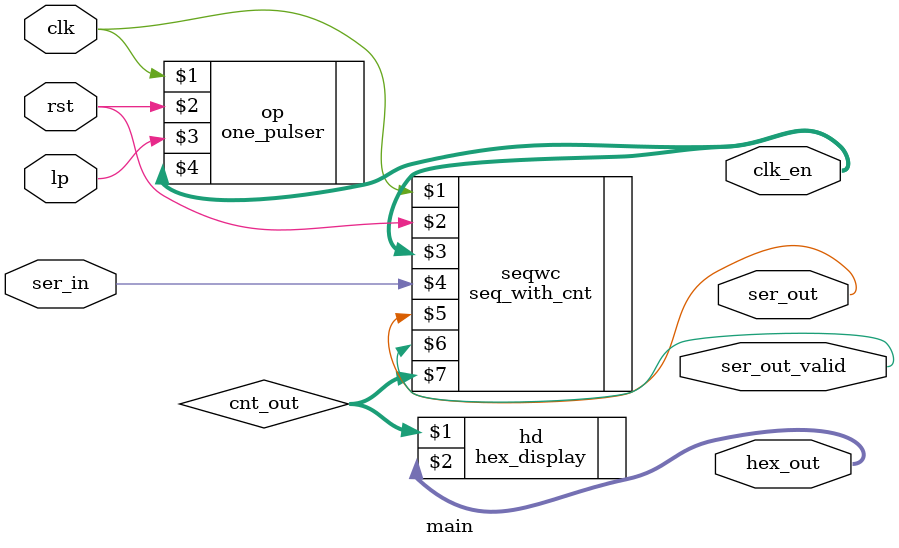
<source format=v>
module main (clk, rst, lp, ser_in, ser_out, ser_out_valid, hex_out, clk_en);
    input clk, rst, lp, ser_in;
    output ser_out, ser_out_valid;
    output [6:0] hex_out, clk_en;
    wire [3:0] cnt_out; 
    one_pulser op(clk, rst, lp, clk_en);
    seq_with_cnt seqwc(clk, rst, clk_en, ser_in, ser_out, ser_out_valid, cnt_out);
    hex_display hd(cnt_out, hex_out);
endmodule
</source>
